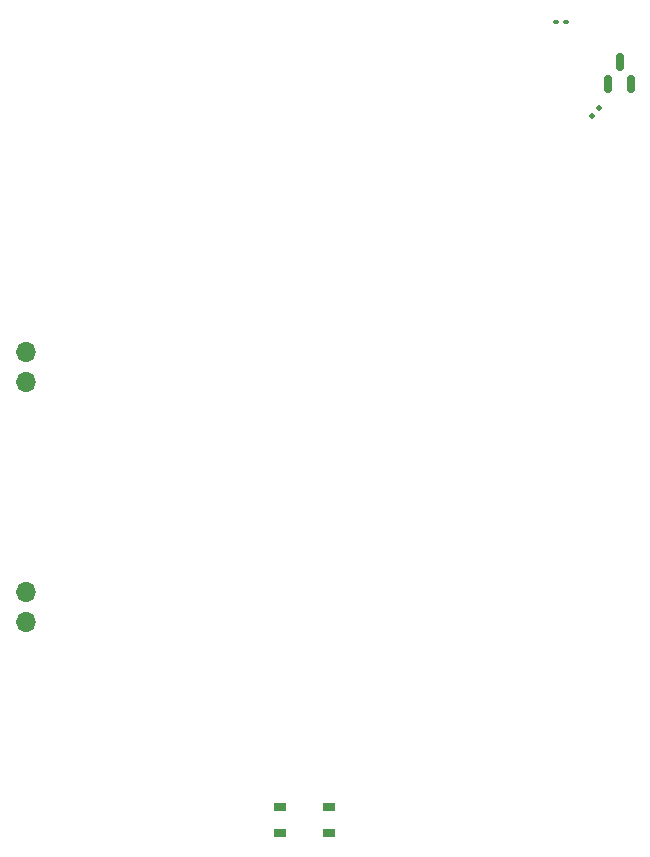
<source format=gbr>
%TF.GenerationSoftware,KiCad,Pcbnew,8.0.2*%
%TF.CreationDate,2024-05-01T01:53:47-07:00*%
%TF.ProjectId,DRIVER,44524956-4552-42e6-9b69-6361645f7063,rev?*%
%TF.SameCoordinates,Original*%
%TF.FileFunction,Paste,Top*%
%TF.FilePolarity,Positive*%
%FSLAX46Y46*%
G04 Gerber Fmt 4.6, Leading zero omitted, Abs format (unit mm)*
G04 Created by KiCad (PCBNEW 8.0.2) date 2024-05-01 01:53:47*
%MOMM*%
%LPD*%
G01*
G04 APERTURE LIST*
G04 Aperture macros list*
%AMRoundRect*
0 Rectangle with rounded corners*
0 $1 Rounding radius*
0 $2 $3 $4 $5 $6 $7 $8 $9 X,Y pos of 4 corners*
0 Add a 4 corners polygon primitive as box body*
4,1,4,$2,$3,$4,$5,$6,$7,$8,$9,$2,$3,0*
0 Add four circle primitives for the rounded corners*
1,1,$1+$1,$2,$3*
1,1,$1+$1,$4,$5*
1,1,$1+$1,$6,$7*
1,1,$1+$1,$8,$9*
0 Add four rect primitives between the rounded corners*
20,1,$1+$1,$2,$3,$4,$5,0*
20,1,$1+$1,$4,$5,$6,$7,0*
20,1,$1+$1,$6,$7,$8,$9,0*
20,1,$1+$1,$8,$9,$2,$3,0*%
G04 Aperture macros list end*
%ADD10RoundRect,0.090000X-0.034648X-0.161927X0.161927X0.034648X0.034648X0.161927X-0.161927X-0.034648X0*%
%ADD11R,1.050000X0.650000*%
%ADD12RoundRect,0.090000X-0.139000X-0.090000X0.139000X-0.090000X0.139000X0.090000X-0.139000X0.090000X0*%
%ADD13RoundRect,0.150000X0.150000X-0.587500X0.150000X0.587500X-0.150000X0.587500X-0.150000X-0.587500X0*%
%ADD14O,1.700000X1.700000*%
G04 APERTURE END LIST*
D10*
%TO.C,R4*%
X86816176Y-106985824D03*
X87427824Y-106374176D03*
%TD*%
D11*
%TO.C,SW1*%
X60409000Y-165549000D03*
X64559000Y-165549000D03*
X60409000Y-167699000D03*
X64534000Y-167699000D03*
%TD*%
D12*
%TO.C,R3*%
X83742000Y-99060000D03*
X84607000Y-99060000D03*
%TD*%
D13*
%TO.C,Q2*%
X88204000Y-104315500D03*
X90104000Y-104315500D03*
X89154000Y-102440500D03*
%TD*%
D14*
%TO.C,J1*%
X38862000Y-129540000D03*
X38862000Y-149860000D03*
X38862000Y-147320000D03*
X38862000Y-127000000D03*
%TD*%
M02*

</source>
